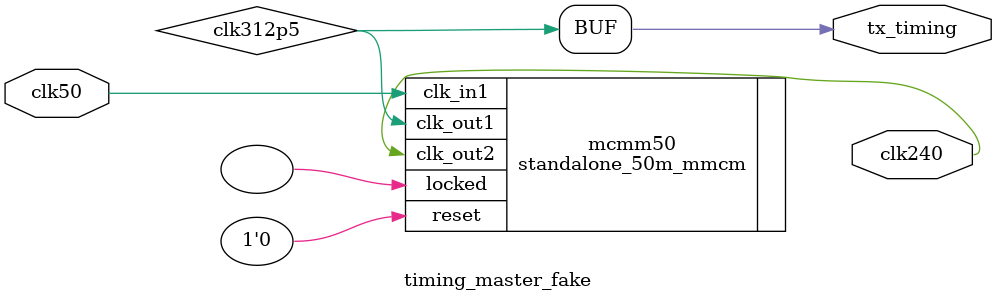
<source format=sv>
module timing_master_fake
(
	input clk50,
	output tx_timing,
	output clk240
);

    wire clk312p5;
    assign tx_timing = clk312p5;

    standalone_50m_mmcm mcmm50
    (
        .clk_out1 (clk312p5),
        .clk_out2 (clk240),
        .reset    (1'b0),
        .locked   (),
        .clk_in1  (clk50)
    ); 
    


endmodule

</source>
